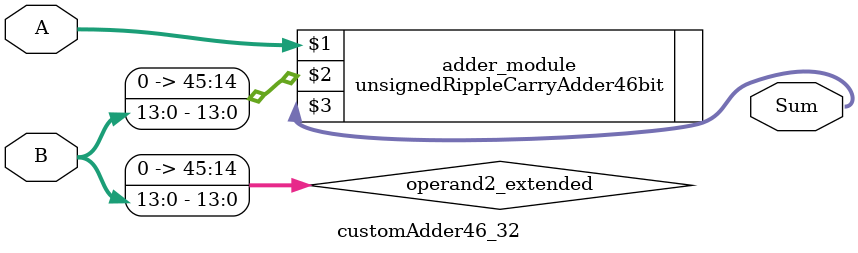
<source format=v>
module customAdder46_32(
                        input [45 : 0] A,
                        input [13 : 0] B,
                        
                        output [46 : 0] Sum
                );

        wire [45 : 0] operand2_extended;
        
        assign operand2_extended =  {32'b0, B};
        
        unsignedRippleCarryAdder46bit adder_module(
            A,
            operand2_extended,
            Sum
        );
        
        endmodule
        
</source>
